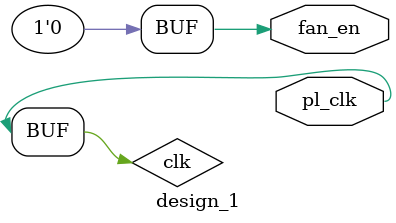
<source format=v>

`timescale 1 ns / 1 ps

module design_1
   (
    fan_en,
    pl_clk);
  output fan_en;
  output pl_clk;

  wire fan_en;
  wire pl_clk;

  // テストベンチから force する前提
  reg             clk   /*verilator public_flat*/;

  // assign
  assign fan_en = 1'b0  ;
  assign pl_clk = clk   ;

endmodule

</source>
